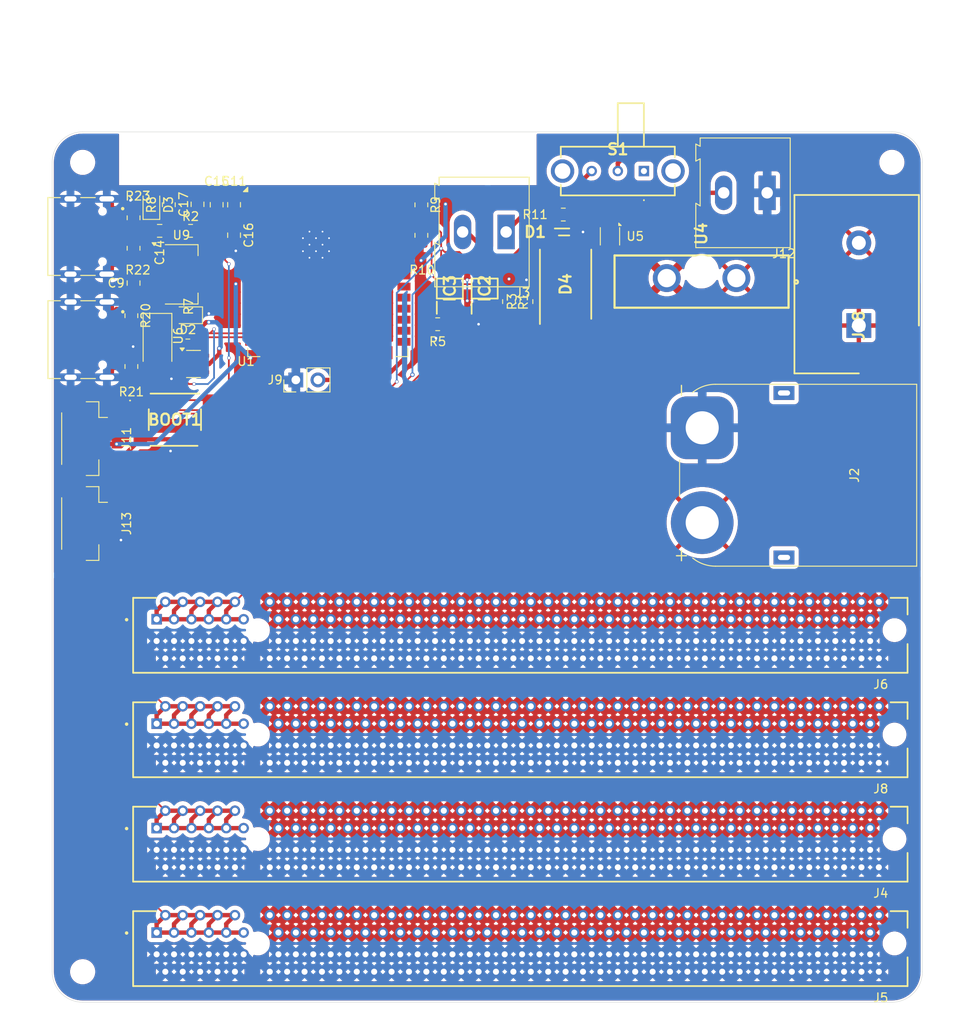
<source format=kicad_pcb>
(kicad_pcb (version 20241229) (generator "pcbnew") (generator_version "9.0")
  (layers (0 "F.Cu" signal) (2 "B.Cu" signal) (13 "F.Paste" user) (15 "B.Paste" user) (5 "F.SilkS" user "F.Silkscreen") (7 "B.SilkS" user "B.Silkscreen") (1 "F.Mask" user) (3 "B.Mask" user) (25 "Edge.Cuts" user))
  (net 0 "")
  (net 1 "GND")
  (net 2 "/Connector Drill/OUT_READ")
  (net 3 "/Connector Comms/OUT_READ")
  (net 4 "/Connector Arm/OUT_READ")
  (net 5 "/Connector Drive/OUT_READ")
  (net 6 "+5V")
  (net 7 "Net-(IC3-ADDR)")
  (net 8 "+3.3V")
  (net 9 "/Control/EN")
  (net 10 "Net-(D2-A)")
  (net 11 "Net-(D3-A)")
  (net 12 "/Protection and power/14V8_IN")
  (net 13 "/Protection and power/EMERG_OUT")
  (net 14 "/Control/SCL")
  (net 15 "/Control/SDA")
  (net 16 "Net-(J7-CC1)")
  (net 17 "Net-(J7-CC2)")
  (net 18 "Net-(J10-CC1)")
  (net 19 "Net-(J10-CC2)")
  (net 34 "Net-(J9-Pin_2)")
  (net 45 "/Control/USB_OUT_N")
  (net 46 "/Control/USB_OUT_P")
  (net 53 "/Protection and power/RELAY_OUT")
  (net 54 "/14V8_PROTECTED")
  (net 55 "/Control/VBUS")
  (net 63 "Net-(J3-Pin_1)")
  (net 64 "Net-(J12-Pin_2)")
  (net 70 "Net-(IC2-AIN2)")
  (footprint "iprl_footprints:RHDR2W120P0X950_1X2_2050X1430X1790P" (layer "F.Cu") (at 283.7 154.75 90)
    (property "Reference" "J18")
    (property "Value" "YK4420203000G" (hide yes))
  )
  (footprint "iprl_footprints:SAMTEC_PCIE-164-02-F-D-TH-TR" (layer "F.Cu") (at 244.8 201.75 180)
    (property "Reference" "J8")
    (property "Value" "PCIE-164-02-F-D-TH-TR")
  )
  (footprint "Resistor_SMD:R_0805_2012Metric" (layer "F.Cu") (at 233.425 140.885 -90)
    (property "Reference" "R9")
    (property "Value" "10k" (hide yes))
  )
  (footprint "iprl_footprints:PTS645SK43SMTR92LFS" (layer "F.Cu") (at 205.1 165.57)
    (property "Reference" "BOOT1")
    (property "Value" "PTS645SK43SMTR92LFS" (hide yes))
  )
  (footprint "iprl_footprints:TYPE-C-31-M-12" (layer "F.Cu") (at 193.1125 156.37 -90)
    (property "Reference" "J7" (hide yes))
    (property "Value" "TYPE-C-31-M-12" (hide yes))
  )
  (footprint "Capacitor_SMD:C_0805_2012Metric" (layer "F.Cu") (at 211.9 140.87 90)
    (property "Reference" "C11")
    (property "Value" "10u" (hide yes))
  )
  (footprint "MountingHole:MountingHole_2.5mm" (layer "F.Cu") (at 194.5 229)
    (property "Reference" "H2" (hide yes))
    (property "Value" "MountingHole")
  )
  (footprint "iprl_footprints:178.6164.XXX1" (layer "F.Cu") (at 265.6255 148.5 180)
    (property "Reference" "U4")
    (property "Value" "178.6164.0001" (hide yes))
  )
  (footprint "Capacitor_SMD:C_0805_2012Metric" (layer "F.Cu") (at 200.35 149.87 90)
    (property "Reference" "C9")
    (property "Value" "10u" (hide yes))
  )
  (footprint "Package_SON:WSON-6-1EP_2x2mm_P0.65mm_EP1x1.6mm" (layer "F.Cu") (at 255.1 144.5 -90)
    (property "Reference" "U5")
    (property "Value" "TVS3300DRV" (hide yes))
  )
  (footprint "Resistor_SMD:R_0805_2012Metric" (layer "F.Cu") (at 204.4 140.87 90)
    (property "Reference" "R8")
    (property "Value" "1k" (hide yes))
  )
  (footprint "iprl_footprints:SAMTEC_PCIE-164-02-F-D-TH-TR" (layer "F.Cu") (at 244.8 189.75 180)
    (property "Reference" "J6")
    (property "Value" "PCIE-164-02-F-D-TH-TR")
  )
  (footprint "MountingHole:MountingHole_2.5mm" (layer "F.Cu") (at 287.5 136)
    (property "Reference" "H1" (hide yes))
    (property "Value" "MountingHole")
  )
  (footprint "Capacitor_SMD:C_0805_2012Metric" (layer "F.Cu") (at 211.9 144.37 -90)
    (property "Reference" "C16")
    (property "Value" "1u" (hide yes))
  )
  (footprint "Connector_JST:JST_GH_SM04B-GHS-TB_1x04-1MP_P1.25mm_Horizontal" (layer "F.Cu") (at 194.65 167.745 -90)
    (property "Reference" "J11")
    (property "Value" "Conn_01x04" (hide yes))
  )
  (footprint "iprl_footprints:SAMTEC_PCIE-164-02-F-D-TH-TR" (layer "F.Cu") (at 244.8 213.75 180)
    (property "Reference" "J4")
    (property "Value" "PCIE-164-02-F-D-TH-TR")
  )
  (footprint "Resistor_SMD:R_0805_2012Metric" (layer "F.Cu") (at 200.35 142.37 -90)
    (property "Reference" "R23")
    (property "Value" "5k" (hide yes))
  )
  (footprint "Resistor_SMD:R_0805_2012Metric" (layer "F.Cu") (at 200.1 153.62 -90)
    (property "Reference" "R20")
    (property "Value" "5.1k" (hide yes))
  )
  (footprint "RF_Module:ESP32-S3-WROOM-2" (layer "F.Cu") (at 222.675 145.37)
    (property "Reference" "U1")
    (property "Value" "ESP32-S3-WROOM-2")
  )
  (footprint "Connector_AMASS:AMASS_XT90PW-M_1x02_P10.90mm_Horizontal" (layer "F.Cu") (at 265.7 166.5 -90)
    (property "Reference" "J2")
    (property "Value" "Conn_01x02")
  )
  (footprint "iprl_footprints:SODFL1608X70N" (layer "F.Cu") (at 249.825 144)
    (property "Reference" "D1")
    (property "Value" "1N4148WT" (hide yes))
  )
  (footprint "Package_TO_SOT_SMD:SOT-23-6" (layer "F.Cu") (at 207.2375 159.17)
    (property "Reference" "U6")
    (property "Value" "USBLC6-4SC6" (hide yes))
  )
  (footprint "iprl_footprints:DIOM8059X265N" (layer "F.Cu") (at 250 150 90)
    (property "Reference" "D4")
    (property "Value" "SM15T22A" (hide yes))
  )
  (footprint "TerminalBlock:TerminalBlock_Altech_AK300-2_P5.00mm" (layer "F.Cu") (at 243.165 144 180)
    (property "Reference" "J3")
    (property "Value" "Conn_01x02")
  )
  (footprint "Resistor_SMD:R_0805_2012Metric" (layer "F.Cu") (at 200.1 159.4575 90)
    (property "Reference" "R21")
    (property "Value" "5.1k" (hide yes))
  )
  (footprint "MountingHole:MountingHole_2.5mm" (layer "F.Cu") (at 194.5 136)
    (property "Reference" "H3" (hide yes))
    (property "Value" "MountingHole")
  )
  (footprint "Capacitor_SMD:C_0805_2012Metric" (layer "F.Cu") (at 209.9 140.87 90)
    (property "Reference" "C15")
    (property "Value" "0.1u" (hide yes))
  )
  (footprint "Connector_PinHeader_2.54mm:PinHeader_1x02_P2.54mm_Vertical" (layer "F.Cu") (at 219 161 90)
    (property "Reference" "J9")
    (property "Value" "Conn_01x02" (hide yes))
  )
  (footprint "Resistor_SMD:R_0805_2012Metric" (layer "F.Cu") (at 235.3 154.6 180)
    (property "Reference" "R5")
    (property "Value" "10k" (hide yes))
  )
  (footprint "iprl_footprints:SOP50P490X110-10N" (layer "F.Cu") (at 236.7 150.5 90)
    (property "Reference" "IC3")
    (property "Value" "ADS1115BQDGSRQ1" (hide yes))
  )
  (footprint "TerminalBlock:TerminalBlock_Altech_AK300-2_P5.00mm" (layer "F.Cu") (at 273.165 139.5 180)
    (property "Reference" "J12")
    (property "Value" "Conn_01x02")
  )
  (footprint "Resistor_SMD:R_0805_2012Metric" (layer "F.Cu") (at 200.35 145.87 90)
    (property "Reference" "R22")
    (property "Value" "5k" (hide yes))
  )
  (footprint "Resistor_SMD:R_0805_2012Metric" (layer "F.Cu") (at 243.5 152 -90)
    (property "Reference" "R1")
    (property "Value" "100k" (hide yes))
  )
  (footprint "LED_SMD:LED_0805_2012Metric" (layer "F.Cu") (at 202.4 140.87 90)
    (property "Reference" "D3")
    (property "Value" "LED" (hide yes))
  )
  (footprint "iprl_footprints:SAMTEC_PCIE-164-02-F-D-TH-TR" (layer "F.Cu") (at 244.8 225.75 180)
    (property "Reference" "J5")
    (property "Value" "PCIE-164-02-F-D-TH-TR")
  )
  (footprint "Resistor_SMD:R_0805_2012Metric" (layer "F.Cu") (at 245.5 152 90)
    (property "Reference" "R3")
    (property "Value" "10k" (hide yes))
  )
  (footprint "Resistor_SMD:R_0805_2012Metric" (layer "F.Cu") (at 249.7375 142)
    (property "Reference" "R11")
    (property "Value" "63" (hide yes))
  )
  (footprint "Resistor_SMD:R_0805_2012Metric" (layer "F.Cu") (at 206.5875 155.57 180)
    (property "Reference" "R7")
    (property "Value" "1k" (hide yes))
  )
  (footprint "Resistor_SMD:R_0805_2012Metric" (layer "F.Cu") (at 233.425 144.385 90)
    (property "Reference" "R10")
    (property "Value" "10k" (hide yes))
  )
  (footprint "Capacitor_SMD:C_0805_2012Metric" (layer "F.Cu") (at 207.7 140.82 -90)
    (property "Reference" "C17")
    (property "Value" "100n" (hide yes))
  )
  (footprint "Diode_SMD:D_SMA" (layer "F.Cu") (at 203.1 156.87 -90)
    (property "Reference" "D6" (hide yes))
    (property "Value" "MBRA340T3G" (hide yes))
  )
  (footprint "iprl_footprints:TYPE-C-31-M-12" (layer "F.Cu") (at 193.1 144.52 -90)
    (property "Reference" "J10" (hide yes))
    (property "Value" "TYPE-C-31-M-12" (hide yes))
  )
  (footprint "iprl_footprints:SOP50P490X110-10N" (layer "F.Cu") (at 240.7 150.5 90)
    (property "Reference" "IC2")
    (property "Value" "ADS1115BQDGSRQ1" (hide yes))
  )
  (footprint "Capacitor_SMD:C_0805_2012Metric" (layer "F.Cu") (at 203.35 143.87 180)
    (property "Reference" "C14")
    (property "Value" "10u" (hide yes))
  )
  (footprint "Resistor_SMD:R_0805_2012Metric" (layer "F.Cu") (at 206.9 143.87)
    (property "Reference" "R2")
    (property "Value" "10k" (hide yes))
  )
  (footprint "Connector_JST:JST_GH_SM04B-GHS-TB_1x04-1MP_P1.25mm_Horizontal" (layer "F.Cu") (at 194.65 177.5 -90)
    (property "Reference" "J13")
    (property "Value" "Conn_01x04" (hide yes))
  )
  (footprint "iprl_footprints:SK12F14G5" (layer "F.Cu") (at 259 137 180)
    (property "Reference" "S1")
    (property "Value" "SK12F14G5" (hide yes))
  )
  (footprint "Package_TO_SOT_SMD:SOT-223-3_TabPin2" (layer "F.Cu") (at 205.85 148.87)
    (property "Reference" "U9")
    (property "Value" "AMS1117-3.3" (hide yes))
  )
  (footprint "LED_SMD:LED_0805_2012Metric" (layer "F.Cu") (at 206.5875 153.57 180)
    (property "Reference" "D2")
    (property "Value" "LED" (hide yes))
  )
  (gr_line (start 191 136) (end 191 229) (stroke (width 0.05)) (layer "Edge.Cuts"))
  (gr_arc (start 291 229) (mid 289.974874 231.474874) (end 287.5 232.5) (stroke (width 0.05)) (layer "Edge.Cuts"))
  (gr_arc (start 287.5 132.5) (mid 289.974874 133.525126) (end 291 136) (stroke (width 0.05)) (layer "Edge.Cuts"))
  (gr_arc (start 191 136) (mid 192.025126 133.525126) (end 194.5 132.5) (stroke (width 0.05)) (layer "Edge.Cuts"))
  (gr_arc (start 194.5 232.5) (mid 192.025126 231.474874) (end 191 229) (stroke (width 0.05)) (layer "Edge.Cuts"))
  (gr_line (start 194.5 132.5) (end 287.5 132.5) (stroke (width 0.05)) (layer "Edge.Cuts"))
  (gr_line (start 194.5 232.5) (end 287.5 232.5) (stroke (width 0.05)) (layer "Edge.Cuts"))
  (gr_line (start 291 229) (end 291 136) (stroke (width 0.05)) (layer "Edge.Cuts"))
  (segment (start 254.45 143.6125) (end 255.1 143.6125) (width 0.5) (layer "F.Cu") (net 1))
  (segment (start 196.5 169.62) (end 199.325 169.62) (width 0.5) (layer "F.Cu") (net 1))
  (segment (start 196.5 179.375) (end 198.875 179.375) (width 0.5) (layer "F.Cu") (net 1))
  (segment (start 211.9 145.32) (end 211.9 145.97) (width 0.5) (layer "F.Cu") (net 1))
  (segment (start 200.435792 157.17) (end 200.3 157.17) (width 0.5) (layer "F.Cu") (net 1))
  (segment (start 197.85 141.32) (end 197.85 140.775) (width 0.5) (layer "F.Cu") (net 1))
  (segment (start 200.35 148.92) (end 200.35 146.7825) (width 0.5) (layer "F.Cu") (net 1))
  (segment (start 198.325 152.7075) (end 197.8625 153.17) (width 0.2) (layer "F.Cu") (net 1))
  (segment (start 197.8625 152.625) (end 197.2825 152.045) (width 0.5) (layer "F.Cu") (net 1))
  (segment (start 202.4875 146.7825) (end 202.7 146.57) (width 0.5) (layer "F.Cu") (net 1))
  (segment (start 197.028 143.77) (end 197.85 143.77) (width 0.2) (layer "F.Cu") (net 1))
  (segment (start 197.8625 153.17) (end 197.8625 152.625) (width 0.5) (layer "F.Cu") (net 1))
  (segment (start 197.8625 160.115) (end 197.2825 160.695) (width 0.5) (layer "F.Cu") (net 1))
  (segment (start 255.1 143.6125) (end 255.75 143.6125) (width 0.5) (layer "F.Cu") (net 1))
  (segment (start 199.325 169.62) (end 201.125 167.82) (width 0.5) (layer "F.Cu") (net 1))
  (segment (start 226.665 140.11) (end 231.425 140.11) (width 0.5) (layer "F.Cu") (net 1))
  (segment (start 250 146.5) (end 250 144.5) (width 0.5) (layer "F.Cu") (net 1))
  (segment (start 200.1 152.7075) (end 198.325 152.7075) (width 0.2) (layer "F.Cu") (net 1))
  (segment (start 197.85 142.77) (end 197.028 142.77) (width 0.2) (layer "F.Cu") (net 1))
  (segment (start 209.9 139.92) (end 211.9 139.92) (width 0.5) (layer "F.Cu") (net 1))
  (segment (start 213.735 139.92) (end 213.925 140.11) (width 0.5) (layer "F.Cu") (net 1))
  (segment (start 197.85 148.265) (end 197.27 148.845) (width 0.5) (layer "F.Cu") (net 1))
  (segment (start 202.7 144.17) (end 202.4 143.87) (width 0.5) (layer "F.Cu") (net 1))
  (segment (start 240.7 152.7) (end 240.7 153.9) (width 0.2) (layer "F.Cu") (net 1))
  (segment (start 200.35 141.4575) (end 200.2125 141.32) (width 0.5) (layer "F.Cu") (net 1))
  (segment (start 245.5 151.0875) (end 245.5 151) (width 0.5) (layer "F.Cu") (net 1))
  (segment (start 200.35 146.7825) (end 202.4875 146.7825) (width 0.5) (layer "F.Cu") (net 1))
  (segment (start 236.7 154.1125) (end 236.7 152.7) (width 0.2) (layer "F.Cu") (net 1))
  (segment (start 206.1 169.17) (end 207.45 167.82) (width 0.5) (layer "F.Cu") (net 1))
  (segment (start 197.028 142.77) (end 196.979 142.819) (width 0.2) (layer "F.Cu") (net 1))
  (segment (start 202.7 146.57) (end 202.7 144.17) (width 0.5) (layer "F.Cu") (net 1))
  (segment (start 211.9 139.92) (end 213.735 139.92) (width 0.5) (layer "F.Cu") (net 1))
  (segment (start 245.5 151.0875) (end 245.5 149.5) (width 0.5) (layer "F.Cu") (net 1))
  (segment (start 206.1 159.17) (end 205.437501 159.17) (width 0.2) (layer "F.Cu") (net 1))
  (segment (start 201.251 159.219) (end 201.251 157.985208) (width 0.5) (layer "F.Cu") (net 1))
  (segment (start 205.437501 159.17) (end 204.7 159.907501) (width 0.2) (layer "F.Cu") (net 1))
  (segment (start 207.7 139.87) (end 209.85 139.87) (width 0.5) (layer "F.Cu") (net 1))
  (segment (start 200.35 141.4575) (end 200.35 140.72) (width 0.5) (layer "F.Cu") (net 1))
  (segment (start 196.979 143.721) (end 197.028 143.77) (width 0.2) (layer "F.Cu") (net 1))
  (segment (start 252 144) (end 254.0625 144) (width 0.5) (layer "F.Cu") (net 1))
  (segment (start 197.8625 159.57) (end 197.8625 160.115) (width 0.5) (layer "F.Cu") (net 1))
  (segment (start 236.2125 155.0875) (end 235.1 156.2) (width 0.2) (layer "F.Cu") (net 1))
  (segment (start 197.85 147.72) (end 197.85 148.265) (width 0.5) (layer "F.Cu") (net 1))
  (segment (start 200.35 140.72) (end 200 140.37) (width 0.5) (layer "F.Cu") (net 1))
  (segment (start 204.7 159.907501) (end 204.7 160.87) (width 0.2) (layer "F.Cu") (net 1))
  (segment (start 207.525 153.57) (end 208.8 153.57) (width 0.2) (layer "F.Cu") (net 1))
  (segment (start 255.1 144.2625) (end 255.75 143.6125) (width 0.5) (layer "F.Cu") (net 1))
  (segment (start 208.8 153.57) (end 209 153.37) (width 0.2) (layer "F.Cu") (net 1))
  (segment (start 250.5 144) (end 252 144) (width 0.5) (layer "F.Cu") (net 1))
  (segment (start 198.875 179.375) (end 198.9 179.4) (width 0.5) (layer "F.Cu") (net 1))
  (segment (start 240.7 153.9) (end 240 154.6) (width 0.2) (layer "F.Cu") (net 1))
  (segment (start 219.815 143.96) (end 215.965 140.11) (width 0.5) (layer "F.Cu") (net 1))
  (segment (start 197.85 142.77) (end 199.0375 142.77) (width 0.2) (layer "F.Cu") (net 1))
  (segment (start 201.125 167.82) (end 209.075 167.82) (width 0.5) (layer "F.Cu") (net 1))
  (segment (start 200.7 141.8075) (end 200.35 141.4575) (width 0.5) (layer "F.Cu") (net 1))
  (segment (start 222.815 143.96) (end 226.665 140.11) (width 0.5) (layer "F.Cu") (net 1))
  (segment (start 201.251 157.985208) (end 200.435792 157.17) (width 0.5) (layer "F.Cu") (net 1))
  (segment (start 255.1 144.5) (end 255.1 144.2625) (width 0.5) (layer "F.Cu") (net 1))
  (segment (start 255.1 144.2625) (end 254.45 143.6125) (width 0.5) (layer "F.Cu") (net 1))
  (segment (start 215.965 140.11) (end 213.925 140.11) (width 0.5) (layer "F.Cu") (net 1))
  (segment (start 255.1 144.5) (end 255.1 143.6125) (width 0.5) (layer "F.Cu") (net 1))
  (segment (start 236.2125 154.6) (end 236.7 154.1125) (width 0.2) (layer "F.Cu") (net 1))
  (segment (start 202.4 141.8075) (end 200.7 141.8075) (width 0.5) (layer "F.Cu") (net 1))
  (segment (start 197.85 143.77) (end 197.85 145.77) (width 0.2) (layer "F.Cu") (net 1))
  (segment (start 250 144.5) (end 250.5 144) (width 0.5) (layer "F.Cu") (net 1))
  (segment (start 207.45 167.82) (end 209.075 167.82) (width 0.5) (layer "F.Cu") (net 1))
  (segment (start 254.0625 144) (end 254.45 143.6125) (width 0.5) (layer "F.Cu") (net 1))
  (segment (start 209.85 139.87) (end 209.9 139.92) (width 0.5) (layer "F.Cu") (net 1))
  (segment (start 200.2125 141.32) (end 197.85 141.32) (width 0.5) (layer "F.Cu") (net 1))
  (segment (start 236.2125 154.6) (end 236.2125 155.0875) (width 0.2) (layer "F.Cu") (net 1))
  (segment (start 197.85 140.775) (end 197.27 140.195) (width 0.5) (layer "F.Cu") (net 1))
  (segment (start 202.4 141.8075) (end 202.4 143.87) (width 0.5) (layer "F.Cu") (net 1))
  (segment (start 199.0375 142.77) (end 200.35 141.4575) (width 0.2) (layer "F.Cu") (net 1))
  (segment (start 211.9 145.97) (end 212.1 146.17) (width 0.5) (layer "F.Cu") (net 1))
  (segment (start 204.6 169.17) (end 206.1 169.17) (width 0.5) (layer "F.Cu") (net 1))
  (segment (start 196.979 142.819) (end 196.979 143.721) (width 0.2) (layer "F.Cu") (net 1))
  (segment (start 200.1 160.37) (end 201.251 159.219) (width 0.5) (layer "F.Cu") (net 1))
  (via (at 204.7 160.87) (size 0.4) (drill 0.3) (layers "F.Cu" "B.Cu") (net 1))
  (via (at 200.3 157.17) (size 0.4) (drill 0.3) (layers "F.Cu" "B.Cu") (net 1))
  (via (at 209 153.37) (size 0.4) (drill 0.3) (layers "F.Cu" "B.Cu") (net 1))
  (via (at 240 154.6) (size 0.4) (drill 0.3) (layers "F.Cu" "B.Cu") (net 1))
  (via (at 198.9 179.4) (size 0.4) (drill 0.3) (layers "F.Cu" "B.Cu") (net 1))
  (via (at 212.1 146.17) (size 0.4) (drill 0.3) (layers "F.Cu" "B.Cu") (net 1))
  (via (at 200 140.37) (size 0.4) (drill 0.3) (layers "F.Cu" "B.Cu") (net 1))
  (via (at 245.5 149.5) (size 0.4) (drill 0.3) (layers "F.Cu" "B.Cu") (net 1))
  (via (at 204.6 169.17) (size 0.4) (drill 0.3) (layers "F.Cu" "B.Cu") (net 1))
  (via (at 235.1 156.2) (size 0.4) (drill 0.3) (layers "F.Cu" "B.Cu") (net 1))
  (via (at 252 144) (size 0.4) (drill 0.3) (layers "F.Cu" "B.Cu") (net 1))
  (segment (start 213 200.5) (end 203 200.5) (width 0.5) (layer "F.Cu") (net 2))
  (segment (start 241.2 152.7) (end 241.2 154.3) (width 0.2) (layer "F.Cu") (net 2))
  (segment (start 203 199.5) (end 204 198.5) (width 0.5) (layer "F.Cu") (net 2))
  (segment (start 212 198.5) (end 204 198.5) (width 0.5) (layer "F.Cu") (net 2))
  (segment (start 205 199.5) (end 206 198.5) (width 0.5) (layer "F.Cu") (net 2))
  (segment (start 205 200.5) (end 205 199.5) (width 0.5) (layer "F.Cu") (net 2))
  (segment (start 207 199.5) (end 208 198.5) (width 0.5) (layer "F.Cu") (net 2))
  (segment (start 211 199.5) (end 212 198.5) (width 0.5) (layer "F.Cu") (net 2))
  (segment (start 211 200.5) (end 211 199.5) (width 0.5) (layer "F.Cu") (net 2))
  (segment (start 209 200.5) (end 209 199.5) (width 0.5) (layer "F.Cu") (net 2))
  (segment (start 201.7651 196.2651) (end 204 198.5) (width 0.2) (layer "F.Cu") (net 2))
  (segment (start 209 199.5) (end 210 198.5) (width 0.5) (layer "F.Cu") (net 2))
  (segment (start 201.7651 185.3349) (end 201.7651 196.2651) (width 0.2) (layer "F.Cu") (net 2))
  (segment (start 202.1 185) (end 201.7651 185.3349) (width 0.2) (layer "F.Cu") (net 2))
  (segment (start 241.2 154.3) (end 210.5 185) (width 0.2) (layer "F.Cu") (net 2))
  (segment (start 203 200.5) (end 203 199.5) (width 0.5) (layer "F.Cu") (net 2))
  (segment (start 210.5 185) (end 202.1 185) (width 0.2) (layer "F.Cu") (net 2))
  (segment (start 207 200.5) (end 207 199.5) (width 0.5) (layer "F.Cu") (net 2))
  (segment (start 205 223.5) (end 206 222.5) (width 0.5) (layer "F.Cu") (net 3))
  (segment (start 200.5 184.7) (end 200.5 219) (width 0.2) (layer "F.Cu") (net 3))
  (segment (start 201 184.2) (end 200.5 184.7) (width 0.2) (layer "F.Cu") (net 3))
  (segment (start 209.4507 184.2) (end 201 184.2) (width 0.2) (layer "F.Cu") (net 3))
  (segment (start 207 223.5) (end 208 222.5) (width 0.5) (layer "F.Cu") (net 3))
  (segment (start 200.5 219) (end 204 222.5) (width 0.2) (layer "F.Cu") (net 3))
  (segment (start 203 223.5) (end 204 222.5) (width 0.5) (layer "F.Cu") (net 3))
  (segment (start 209 223.5) (end 210 222.5) (width 0.5) (layer "F.Cu") (net 3))
  (segment (start 207 224.5) (end 207 223.5) (width 0.5) (layer "F.Cu") (net 3))
  (segment (start 203 224.5) (end 203 223.5) (width 0.5) (layer "F.Cu") (net 3))
  (segment (start 237.2 156.4507) (end 209.4507 184.2) (width 0.2) (layer "F.Cu") (net 3))
  (segment (start 205 224.5) (end 205 223.5) (width 0.5) (layer "F.Cu") (net 3))
  (segment (start 212 222.5) (end 204 222.5) (width 0.5) (layer "F.Cu") (net 3))
  (segment (start 237.2 152.7) (end 237.2 156.4507) (width 0.2) (layer "F.Cu") (net 3))
  (segment (start 213 224.5) (end 203 224.5) (width 0.5) (layer "F.Cu") (net 3))
  (segment (start 211 223.5) (end 212 222.5) (width 0.5) (layer "F.Cu") (net 3))
  (segment (start 211 224.5) (end 211 223.5) (width 0.5) (layer "F.Cu") (net 3))
  (segment (start 209 224.5) (end 209 223.5) (width 0.5) (layer "F.Cu") (net 3))
  (segment (start 201.1302 185.0698) (end 201.1302 207.6302) (width 0.2) (layer "F.Cu") (net 4))
  (segment (start 237.7 156.5178) (end 209.6178 184.6) (width 0.2) (layer "F.Cu") (net 4))
  (segment (start 201.6 184.6) (end 201.1302 185.0698) (width 0.2) (layer "F.Cu") (net 4))
  (segment (start 213 212.5) (end 203 212.5) (width 0.5) (layer "F.Cu") (net 4))
  (segment (start 211 212.5) (end 211 211.5) (width 0.5) (layer "F.Cu") (net 4))
  (segment (start 207 211.5) (end 208 210.5) (width 0.5) (layer "F.Cu") (net 4))
  (segment (start 209.6178 184.6) (end 201.6 184.6) (width 0.2) (layer "F.Cu") (net 4))
  (segment (start 207 212.5) (end 207 211.5) (width 0.5) (layer "F.Cu") (net 4))
  (segment (start 212 210.5) (end 204 210.5) (width 0.5) (layer "F.Cu") (net 4))
  (segment (start 237.7 152.7) (end 237.7 156.5178) (width 0.2) (layer "F.Cu") (net 4))
  (segment (start 201.1302 207.6302) (end 204 210.5) (width 0.2) (layer "F.Cu") (net 4))
  (segment (start 209 212.5) (end 209 211.5) (width 0.5) (layer "F.Cu") (net 4))
  (segment (start 203 211.5) (end 204 210.5) (width 0.5) (layer "F.Cu") (net 4))
  (segment (start 209 211.5) (end 210 210.5) (width 0.5) (layer "F.Cu") (net 4))
  (segment (start 205 211.5) (end 206 210.5) (width 0.5) (layer "F.Cu") (net 4))
  (segment (start 211 211.5) (end 212 210.5) (width 0.5) (layer "F.Cu") (net 4))
  (segment (start 203 212.5) (end 203 211.5) (width 0.5) (layer "F.Cu") (net 4))
  (segment (start 205 212.5) (end 205 211.5) (width 0.5) (layer "F.Cu") (net 4))
  (segment (start 206 186.5) (end 212 186.5) (width 0.5) (layer "F.Cu") (net 5))
  (segment (start 205 188.5) (end 205 187.5) (width 0.5) (layer "F.Cu") (net 5))
  (segment (start 209 187.5) (end 210 186.5) (width 0.5) (layer "F.Cu") (net 5))
  (segment (start 203 187.5) (end 204 186.5) (width 0.5) (layer "F.Cu") (net 5))
  (segment (start 203 188.5) (end 203 187.5) (width 0.5) (layer "F.Cu") (net 5))
  (segment (start 213.3 185.2) (end 213.3 182.8) (width 0.2) (layer "F.Cu") (net 5))
  (segment (start 212 186.5) (end 213.3 185.2) (width 0.2) (layer "F.Cu") (net 5))
  (segment (start 211 188.5) (end 211 187.5) (width 0.5) (layer "F.Cu") (net 5))
  (segment (start 207 188.5) (end 207 187.5) (width 0.5) (layer "F.Cu") (net 5))
  (segment (start 209 188.5) (end 209 187.5) (width 0.5) (layer "F.Cu") (net 5))
  (segment (start 211 187.5) (end 212 186.5) (width 0.5) (layer "F.Cu") (net 5))
  (segment (start 205 187.5) (end 206 186.5) (width 0.5) (layer "F.Cu") (net 5))
  (segment (start 204 186.5) (end 206 186.5) (width 0.5) (layer "F.Cu") (net 5))
  (segment (start 213.3 182.8) (end 241.651 154.449) (width 0.2) (layer "F.Cu") (net 5))
  (segment (start 241.651 152.7) (end 241.7 152.7) (width 0.2) (layer "F.Cu") (net 5))
  (segment (start 207 187.5) (end 208 186.5) (width 0.5) (layer "F.Cu") (net 5))
  (segment (start 241.651 154.449) (end 241.651 152.7) (width 0.2) (layer "F.Cu") (net 5))
  (segment (start 213 188.5) (end 203 188.5) (width 0.5) (layer "F.Cu") (net 5))
  (segment (start 210.2 158.007499) (end 209.037499 159.17) (width 0.5) (layer "F.Cu") (net 6))
  (segment (start 202.7 154.47) (end 203.1 154.87) (width 0.5) (layer "F.Cu") (net 6))
  (segment (start 197.85 146.92) (end 198.822 146.92) (width 0.5) (layer "F.Cu") (net 6))
  (segment (start 207.5 155.57) (end 208.7 154.37) (width 0.5) (layer "F.Cu") (net 6))
  (segment (start 197.178 146.92) (end 197.85 146.92) (width 0.2) (layer "F.Cu") (net 6))
  (segment (start 206.5875 154.6575) (end 207.5 155.57) (width 0.5) (layer "F.Cu") (net 6))
  (segment (start 196.578 146.32) (end 197.178 146.92) (width 0.2) (layer "F.Cu") (net 6))
  (segment (start 200.35 150.82) (end 202.35 150.82) (width 0.5) (layer "F.Cu") (net 6))
  (segment (start 210.2 157.37) (end 210.2 158.007499) (width 0.5) (layer "F.Cu") (net 6))
  (segment (start 197.85 142.12) (end 197.139942 142.12) (width 0.2) (layer "F.Cu") (net 6))
  (segment (start 209.037499 159.17) (end 208.375 159.17) (width 0.5) (layer "F.Cu") (net 6))
  (segment (start 196.578 142.6529) (end 196.578 146.32) (width 0.2) (layer "F.Cu") (net 6))
  (segment (start 203.1 154.430722) (end 205.111722 152.419) (width 0.5) (layer "F.Cu") (net 6))
  (segment (start 206.188278 152.419) (end 206.5875 152.818222) (width 0.5) (layer "F.Cu") (net 6))
  (segment (start 202.35 150.82) (end 202.7 151.17) (width 0.5) (layer "F.Cu") (net 6))
  (segment (start 197.139942 142.12) (end 196.890942 142.369) (width 0.2) (layer "F.Cu") (net 6))
  (segment (start 206.5875 152.818222) (end 206.5875 154.6575) (width 0.5) (layer "F.Cu") (net 6))
  (segment (start 205.111722 152.419) (end 206.188278 152.419) (width 0.5) (layer "F.Cu") (net 6))
  (segment (start 202.7 151.17) (end 202.7 154.47) (width 0.5) (layer "F.Cu") (net 6))
  (segment (start 208.7 154.37) (end 209 154.37) (width 0.5) (layer "F.Cu") (net 6))
  (segment (start 196.890942 142.369) (end 196.8619 142.369) (width 0.2) (layer "F.Cu") (net 6))
  (segment (start 203.1 154.87) (end 203.1 154.430722) (width 0.5) (layer "F.Cu") (net 6))
  (segment (start 199.174 149.644) (end 200.35 150.82) (width 0.5) (layer "F.Cu") (net 6))
  (segment (start 199.174 147.272) (end 199.174 149.644) (width 0.5) (layer "F.Cu") (net 6))
  (segment (start 196.8619 142.369) (end 196.578 142.6529) (width 0.2) (layer "F.Cu") (net 6))
  (segment (start 198.822 146.92) (end 199.174 147.272) (width 0.5) (layer "F.Cu") (net 6))
  (via (at 210.2 157.37) (size 0.4) (drill 0.3) (layers "F.Cu" "B.Cu") (net 6))
  (via (at 209 154.37) (size 0.4) (drill 0.3) (layers "F.Cu" "B.Cu") (net 6))
  (segment (start 210.351 157.219) (end 210.2 157.37) (width 0.5) (layer "B.Cu") (net 6))
  (segment (start 209 154.37) (end 209.862075 154.37) (width 0.5) (layer "B.Cu") (net 6))
  (segment (start 209.862075 154.37) (end 210.351 154.858925) (width 0.5) (layer "B.Cu") (net 6))
  (segment (start 210.351 154.858925) (end 210.351 157.219) (width 0.5) (layer "B.Cu") (net 6))
  (segment (start 235.7 153.2875) (end 235.7 152.7) (width 0.2) (layer "F.Cu") (net 7))
  (segment (start 234.3875 154.6) (end 235.7 153.2875) (width 0.2) (layer "F.Cu") (net 7))
  (segment (start 215.41 141.38) (end 215.5 141.47) (width 0.5) (layer "F.Cu") (net 8))
  (segment (start 211.9 141.82) (end 212.34 141.38) (width 0.5) (layer "F.Cu") (net 8))
  (segment (start 240.7 149.3191) (end 240.7 148.3) (width 0.2) (layer "F.Cu") (net 8))
  (segment (start 204.4 143.77) (end 204.3 143.87) (width 0.5) (layer "F.Cu") (net 8))
  (segment (start 212.34 141.38) (end 213.925 141.38) (width 0.5) (layer "F.Cu") (net 8))
  (segment (start 202.7 148.87) (end 205.6 148.87) (width 0.5) (layer "F.Cu") (net 8))
  (segment (start 239.7 150.3191) (end 240.7 149.3191) (width 0.2) (layer "F.Cu") (net 8))
  (segment (start 233.425 139.9725) (end 234.4975 139.9725) (width 0.5) (layer "F.Cu") (net 8))
  (segment (start 234.4975 139.9725) (end 234.5 139.97) (width 0.5) (layer "F.Cu") (net 8))
  (segment (start 236.7 149.252) (end 236.7 148.3) (width 0.2) (layer "F.Cu") (net 8))
  (segment (start 233.425 145.2975) (end 233.425 147.245) (width 0.5) (layer "F.Cu") (net 8))
  (segment (start 204.3 143.87) (end 205.9875 143.87) (width 0.5) (layer "F.Cu") (net 8))
  (segment (start 209.049 140.969) (end 205.2135 140.969) (width 0.2) (layer "F.Cu") (net 8))
  (segment (start 211 148.87) (end 212.1 149.97) (width 0.5) (layer "F.Cu") (net 8))
  (segment (start 196.5 168.37) (end 198.4 168.37) (width 0.5) (layer "F.Cu") (net 8))
  (segment (start 239.7 152.7) (end 239.7 150.3191) (width 0.2) (layer "F.Cu") (net 8))
  (segment (start 209.9 141.82) (end 209.049 140.969) (width 0.2) (layer "F.Cu") (net 8))
  (segment (start 238.7 149.5) (end 238.6 149.4) (width 0.2) (layer "F.Cu") (net 8))
  (segment (start 209 148.87) (end 211 148.87) (width 0.5) (layer "F.Cu") (net 8))
  (segment (start 209.9 141.82) (end 211.9 141.82) (width 0.5) (layer "F.Cu") (net 8))
  (segment (start 238.9 151.9) (end 239.7 152.7) (width 0.2) (layer "F.Cu") (net 8))
  (segment (start 205.2135 140.969) (end 204.4 141.7825) (width 0.2) (layer "F.Cu") (net 8))
  (segment (start 196.5 178.125) (end 198.875 178.125) (width 0.5) (layer "F.Cu") (net 8))
  (segment (start 236.848 149.4) (end 236.7 149.252) (width 0.2) (layer "F.Cu") (net 8))
  (segment (start 213.925 141.38) (end 215.41 141.38) (width 0.5) (layer "F.Cu") (net 8))
  (segment (start 238.6 149.4) (end 236.848 149.4) (width 0.2) (layer "F.Cu") (net 8))
  (segment (start 238.7 151.9) (end 238.9 151.9) (width 0.2) (layer "F.Cu") (net 8))
  (segment (start 233.425 147.245) (end 233.4 147.27) (width 0.5) (layer "F.Cu") (net 8))
  (segment (start 204.4 141.7825) (end 204.4 143.77) (width 0.5) (layer "F.Cu") (net 8))
  (via (at 236.2 140.8) (size 0.4) (drill 0.3) (layers "F.Cu" "B.Cu") (net 8))
  (via (at 198.4 168.37) (size 0.4) (drill 0.3) (layers "F.Cu" "B.Cu") (net 8))
  (via (at 238.7 151.9) (size 0.4) (drill 0.3) (layers "F.Cu" "B.Cu") (net 8))
  (via (at 212.1 149.97) (size 0.4) (drill 0.3) (layers "F.Cu" "B.Cu") (net 8))
  (via (at 213.8 158.47) (size 0.4) (drill 0.3) (layers "F.Cu" "B.Cu") (net 8))
  (via (at 233.4 147.27) (size 0.4) (drill 0.3) (layers "F.Cu" "B.Cu") (net 8))
  (via (at 238.7 149.5) (size 0.4) (drill 0.3) (layers "F.Cu" "B.Cu") (net 8))
  (segment (start 212.35 158.799232) (end 202.779232 168.37) (width 0.5) (layer "B.Cu") (net 8))
  (segment (start 233.4 147.27) (end 236.2 144.47) (width 0.5) (layer "B.Cu") (net 8))
  (segment (start 212.35 157.02) (end 213.8 158.47) (width 0.5) (layer "B.Cu") (net 8))
  (segment (start 238.7 151.9) (end 238.7 149.5) (width 0.2) (layer "B.Cu") (net 8))
  (segment (start 212.1 156.77) (end 212.35 157.02) (width 0.5) (layer "B.Cu") (net 8))
  (segment (start 202.779232 168.37) (end 198.4 168.37) (width 0.5) (layer "B.Cu") (net 8))
  (segment (start 212.35 157.02) (end 212.35 158.799232) (width 0.5) (layer "B.Cu") (net 8))
  (segment (start 212.1 149.97) (end 212.1 156.77) (width 0.5) (layer "B.Cu") (net 8))
  (segment (start 236.2 144.47) (end 236.2 140.8) (width 0.5) (layer "B.Cu") (net 8))
  (segment (start 207.8125 143.87) (end 207.8125 141.8825) (width 0.5) (layer "F.Cu") (net 9))
  (segment (start 207.8125 143.87) (end 211.45 143.87) (width 0.5) (layer "F.Cu") (net 9))
  (segment (start 211.3 147.67) (end 210.874 147.244) (width 0.2) (layer "F.Cu") (net 9))
  (segment (start 211.9 143.42) (end 212.399938 142.920062) (width 0.5) (layer "F.Cu") (net 9))
  (segment (start 201.125 163.32) (end 209.075 163.32) (width 0.2) (layer "F.Cu") (net 9))
  (segment (start 211.45 143.87) (end 211.9 143.42) (width 0.5) (layer "F.Cu") (net 9))
  (segment (start 211.3 161.095) (end 211.3 158.47) (width 0.2) (layer "F.Cu") (net 9))
  (segment (start 207.8125 141.8825) (end 207.7 141.77) (width 0.5) (layer "F.Cu") (net 9))
  (segment (start 210.874 147.244) (end 210.874 144.446) (width 0.2) (layer "F.Cu") (net 9))
  (segment (start 212.399938 142.920062) (end 213.654938 142.920062) (width 0.5) (layer "F.Cu") (net 9))
  (segment (start 209.075 163.32) (end 211.3 161.095) (width 0.2) (layer "F.Cu") (net 9))
  (segment (start 213.654938 142.920062) (end 213.925 142.65) (width 0.5) (layer "F.Cu") (net 9))
  (segment (start 210.874 144.446) (end 211.9 143.42) (width 0.2) (layer "F.Cu") (net 9))
  (via (at 211.3 158.47) (size 0.4) (drill 0.3) (layers "F.Cu" "B.Cu") (net 9))
  (via (at 211.3 147.67) (size 0.4) (drill 0.3) (layers "F.Cu" "B.Cu") (net 9))
  (segment (start 211.3 158.47) (end 211.3 147.67) (width 0.2) (layer "B.Cu") (net 9))
  (segment (start 205.65 155.545) (end 205.675 155.57) (width 0.2) (layer "F.Cu") (net 10))
  (segment (start 205.65 153.57) (end 205.65 155.545) (width 0.2) (layer "F.Cu") (net 10))
  (segment (start 204.375 139.9325) (end 204.4 139.9575) (width 0.5) (layer "F.Cu") (net 11))
  (segment (start 202.4 139.9325) (end 204.375 139.9325) (width 0.5) (layer "F.Cu") (net 11))
  (segment (start 286.25 154.75) (end 290 151) (width 0.5) (layer "F.Cu") (net 12))
  (segment (start 281 134) (end 258.1 134) (width 0.5) (layer "F.Cu") (net 12))
  (segment (start 256 136.1) (end 256 137) (width 0.5) (layer "F.Cu") (net 12))
  (segment (start 290 143) (end 281 134) (width 0.5) (layer "F.Cu") (net 12))
  (segment (start 258.1 134) (end 256 136.1) (width 0.5) (layer "F.Cu") (net 12))
  (segment (start 290 151) (end 290 143) (width 0.5) (layer "F.Cu") (net 12))
  (segment (start 283.25 154.75) (end 286.25 154.75) (width 0.5) (layer "F.Cu") (net 12))
  (segment (start 238.665 144) (end 238.165 144) (width 0.5) (layer "F.Cu") (net 13))
  (segment (start 248.825 142) (end 243.825 147) (width 0.5) (layer "F.Cu") (net 13))
  (segment (start 249.15 142.325) (end 248.825 142) (width 0.5) (layer "F.Cu") (net 13))
  (segment (start 243.825 147) (end 241.665 147) (width 0.5) (layer "F.Cu") (net 13))
  (segment (start 241.665 147) (end 238.665 144) (width 0.5) (layer "F.Cu") (net 13))
  (segment (start 249.15 144) (end 249.15 142.325) (width 0.5) (layer "F.Cu") (net 13))
  (segment (start 227.33 164.47) (end 227.3 164.47) (width 0.2) (layer "F.Cu") (net 14))
  (segment (start 227.3 164.47) (end 197.9 164.47) (width 0.2) (layer "F.Cu") (net 14))
  (segment (start 237.8 146.3) (end 239.7 148.2) (width 0.2) (layer "F.Cu") (net 14))
  (segment (start 235.7 148.3) (end 235.7 146.6) (width 0.2) (layer "F.Cu") (net 14))
  (segment (start 227.349943 164.47) (end 227.3 164.47) (width 0.2) (layer "F.Cu") (net 14))
  (segment (start 231.425 141.38) (end 233.0075 141.38) (width 0.5) (layer "F.Cu") (net 14))
  (segment (start 196.5 172.53384) (end 196.5 175.625) (width 0.2) (layer "F.Cu") (net 14))
  (segment (start 197.9 164.47) (end 196.5 165.87) (width 0.2) (layer "F.Cu") (net 14))
  (segment (start 233.425 141.7975) (end 235.7 144.0725) (width 0.2) (layer "F.Cu") (net 14))
  (segment (start 196.5 165.87) (end 195.650001 165.87) (width 0.2) (layer "F.Cu") (net 14))
  (segment (start 235.7 145.9) (end 235.7 148.3) (width 0.2) (layer "F.Cu") (net 14))
  (segment (start 235.7 145.9) (end 236.1 146.3) (width 0.2) (layer "F.Cu") (net 14))
  (segment (start 195.650001 165.87) (end 194.7 166.820001) (width 0.2) (layer "F.Cu") (net 14))
  (segment (start 230.6 161.2) (end 227.33 164.47) (width 0.2) (layer "F.Cu") (net 14))
  (segment (start 235.7 144.0725) (end 235.7 145.9) (width 0.2) (layer "F.Cu") (net 14))
  (segment (start 194.7 170.73384) (end 196.5 172.53384) (width 0.2) (layer "F.Cu") (net 14))
  (segment (start 236.1 146.3) (end 237.8 146.3) (width 0.2) (layer "F.Cu") (net 14))
  (segment (start 239.7 148.2) (end 239.7 148.3) (width 0.2) (layer "F.Cu") (net 14))
  (segment (start 233.0075 141.38) (end 233.425 141.7975) (width 0.5) (layer "F.Cu") (net 14))
  (segment (start 194.7 166.820001) (end 194.7 170.73384) (width 0.2) (layer "F.Cu") (net 14))
  (via (at 235.7 145.9) (size 0.4) (drill 0.3) (layers "F.Cu" "B.Cu") (net 14))
  (via (at 230.6 161.2) (size 0.4) (drill 0.3) (layers "F.Cu" "B.Cu") (net 14))
  (segment (start 230.6 151) (end 230.6 161.2) (width 0.2) (layer "B.Cu") (net 14))
  (segment (start 235.7 145.9) (end 230.6 151) (width 0.2) (layer "B.Cu") (net 14))
  (segment (start 234.6 144.6475) (end 234.6 148.952) (width 0.2) (layer "F.Cu") (net 15))
  (segment (start 197.729 166.471) (end 199.329 164.871) (width 0.2) (layer "F.Cu") (net 15))
  (segment (start 235.752 149.7) (end 236.2 149.252) (width 0.2) (layer "F.Cu") (net 15))
  (segment (start 234.6 148.952) (end 234.624 148.976) (width 0.2) (layer "F.Cu") (net 15))
  (segment (start 228 164.8) (end 232.4 160.4) (width 0.2) (layer "F.Cu") (net 15))
  (segment (start 236.5 150) (end 239.452 150) (width 0.2) (layer "F.Cu") (net 15))
  (segment (start 236.2 149.252) (end 236.2 149.7) (width 0.2) (layer "F.Cu") (net 15))
  (segment (start 240.2 149.252) (end 240.2 148.3) (width 0.2) (layer "F.Cu") (net 15))
  (segment (start 239.452 150) (end 240.2 149.252) (width 0.2) (layer "F.Cu") (net 15))
  (segment (start 232.257 142.65) (end 233.0795 143.4725) (width 0.5) (layer "F.Cu") (net 15))
  (segment (start 197.651 172.421) (end 197.651 176.0361) (width 0.2) (layer "F.Cu") (net 15))
  (segment (start 197.651 176.0361) (end 196.6661 177.021) (width 0.2) (layer "F.Cu") (net 15))
  (segment (start 199.329 164.871) (end 227.516043 164.871) (width 0.2) (layer "F.Cu") (net 15))
  (segment (start 227.587043 164.8) (end 228 164.8) (width 0.2) (layer "F.Cu") (net 15))
  (segment (start 195.349 170.119) (end 197.651 172.421) (width 0.2) (layer "F.Cu") (net 15))
  (segment (start 234.624 148.976) (end 235.348 149.7) (width 0.2) (layer "F.Cu") (net 15))
  (segment (start 233.425 143.4725) (end 234.6 144.6475) (width 0.2) (layer "F.Cu") (net 15))
  (segment (start 197.149 166.471) (end 197.729 166.471) (width 0.2) (layer "F.Cu") (net 15))
  (segment (start 231.425 142.65) (end 232.257 142.65) (width 0.5) (layer "F.Cu") (net 15))
  (segment (start 196.5 167.12) (end 197.149 166.471) (width 0.2) (layer "F.Cu") (net 15))
  (segment (start 236.2 149.7) (end 236.5 150) (width 0.2) (layer "F.Cu") (net 15))
  (segment (start 235.348 149.7) (end 235.752 149.7) (width 0.2) (layer "F.Cu") (net 15))
  (segment (start 233.0795 143.4725) (end 233.425 143.4725) (width 0.5) (layer "F.Cu") (net 15))
  (segment (start 195.650001 167.12) (end 195.349 167.421001) (width 0.2) (layer "F.Cu") (net 15))
  (segment (start 195.349 167.421001) (end 195.349 170.119) (width 0.2) (layer "F.Cu") (net 15))
  (segment (start 236.2 148.3) (end 236.2 149.252) (width 0.2) (layer "F.Cu") (net 15))
  (segment (start 196.5 167.12) (end 195.650001 167.12) (width 0.2) (layer "F.Cu") (net 15))
  (segment (start 227.516043 164.871) (end 227.587043 164.8) (width 0.2) (layer "F.Cu") (net 15))
  (via (at 232.4 160.4) (size 0.5) (drill 0.3) (layers "F.Cu" "B.Cu") (net 15))
  (via (at 234.624 148.976) (size 0.4) (drill 0.3) (layers "F.Cu" "B.Cu") (net 15))
  (segment (start 234.624 148.976) (end 232.4 151.2) (width 0.2) (layer "B.Cu") (net 15))
  (segment (start 232.4 151.2) (end 232.4 160.4) (width 0.2) (layer "B.Cu") (net 15))
  (segment (start 199.5125 155.12) (end 200.1 154.5325) (width 0.2) (layer "F.Cu") (net 16))
  (segment (start 197.8625 155.12) (end 199.5125 155.12) (width 0.2) (layer "F.Cu") (net 16))
  (segment (start 199.675 158.12) (end 200.1 158.545) (width 0.2) (layer "F.Cu") (net 17))
  (segment (start 197.8625 158.12) (end 199.675 158.12) (width 0.2) (layer "F.Cu") (net 17))
  (segment (start 200.35 143.2825) (end 197.8625 143.2825) (width 0.2) (layer "F.Cu") (net 18))
  (segment (start 197.8625 143.2825) (end 197.85 143.27) (width 0.2) (layer "F.Cu") (net 18))
  (segment (start 197.85 146.27) (end 199.0375 146.27) (width 0.2) (layer "F.Cu") (net 19))
  (segment (start 199.0375 146.27) (end 200.35 144.9575) (width 0.2) (layer "F.Cu") (net 19))
  (segment (start 231.425 158.575) (end 231.425 156.62) (width 0.5) (layer "F.Cu") (net 34))
  (segment (start 229 161) (end 231.425 158.575) (width 0.5) (layer "F.Cu") (net 34))
  (segment (start 221.54 161) (end 229 161) (width 0.5) (layer "F.Cu") (net 34))
  (segment (start 197.8625 155.62) (end 198.6845 155.62) (width 0.2) (layer "F.Cu") (net 45))
  (segment (start 208.3135 156.25516) (end 208.3135 155.645) (width 0.2) (layer "F.Cu") (net 45))
  (segment (start 198.6845 156.62) (end 197.8625 156.62) (width 0.2) (layer "F.Cu") (net 45))
  (segment (start 209.1 155.645) (end 213.63 155.645) (width 0.2) (layer "F.Cu") (net 45))
  (segment (start 198.7335 155.669) (end 198.7335 156.571) (width 0.2) (layer "F.Cu") (net 45))
  (segment (start 206.1 160.87) (end 206.1 160.12) (width 0.2) (layer "F.Cu") (net 45))
  (segment (start 213.63 155.645) (end 213.925 155.35) (width 0.2) (layer "F.Cu") (net 45))
  (segment (start 207.99766 156.571) (end 208.3135 156.25516) (width 0.2) (layer "F.Cu") (net 45))
  (segment (start 198.7335 156.571) (end 198.6845 156.62) (width 0.2) (layer "F.Cu") (net 45))
  (segment (start 197.8625 155.62) (end 198.717501 155.62) (width 0.2) (layer "F.Cu") (net 45))
  (segment (start 209.1 155.645) (end 209.125 155.645) (width 0.2) (layer "F.Cu") (net 45))
  (segment (start 207.3 161.47) (end 206.7 161.47) (width 0.2) (layer "F.Cu") (net 45))
  (segment (start 206.7 161.47) (end 206.1 160.87) (width 0.2) (layer "F.Cu") (net 45))
  (segment (start 208.3135 155.645) (end 209.1 155.645) (width 0.2) (layer "F.Cu") (net 45))
  (segment (start 209.125 155.645) (end 209.6 155.17) (width 0.2) (layer "F.Cu") (net 45))
  (segment (start 198.717501 155.62) (end 198.742501 155.645) (width 0.2) (layer "F.Cu") (net 45))
  (segment (start 201.43884 155.645) (end 202.36484 156.571) (width 0.2) (layer "F.Cu") (net 45))
  (segment (start 198.6845 155.62) (end 198.7335 155.669) (width 0.2) (layer "F.Cu") (net 45))
  (segment (start 202.36484 156.571) (end 207.99766 156.571) (width 0.2) (layer "F.Cu") (net 45))
  (segment (start 198.742501 155.645) (end 201.43884 155.645) (width 0.2) (layer "F.Cu") (net 45))
  (via (at 209.6 155.17) (size 0.4) (drill 0.3) (layers "F.Cu" "B.Cu") (net 45))
  (via (at 207.3 161.47) (size 0.4) (drill 0.3) (layers "F.Cu" "B.Cu") (net 45))
  (segment (start 207.3 161.47) (end 208.9 161.47) (width 0.2) (layer "B.Cu") (net 45))
  (segment (start 208.9 161.47) (end 209.6 160.77) (width 0.2) (layer "B.Cu") (net 45))
  (segment (start 209.6 160.77) (end 209.6 155.17) (width 0.2) (layer "B.Cu") (net 45))
  (segment (start 213.406 156.101) (end 213.925 156.62) (width 0.2) (layer "F.Cu") (net 46))
  (segment (start 198.3325 156.169) (end 196.9915 156.169) (width 0.2) (layer "F.Cu") (net 46))
  (segment (start 197.0405 157.12) (end 196.9915 157.071) (width 0.2) (layer "F.Cu") (net 46))
  (segment (start 208.76348 156.095) (end 212.874 156.095) (width 0.2) (layer "F.Cu") (net 46))
  (segment (start 199.7766 156.095) (end 201.252472 156.095) (width 0.2) (layer "F.Cu") (net 46))
  (segment (start 212.874 156.101) (end 213.406 156.101) (width 0.2) (layer "F.Cu") (net 46))
  (segment (start 196.9915 157.071) (end 198.8006 157.071) (width 0.2) (layer "F.Cu") (net 46))
  (segment (start 197.8625 156.12) (end 198.3325 156.12) (width 0.2) (layer "F.Cu") (net 46))
  (segment (start 212.874 156.095) (end 212.874 156.101) (width 0.2) (layer "F.Cu") (net 46))
  (segment (start 197.8625 157.12) (end 197.0405 157.12) (width 0.2) (layer "F.Cu") (net 46))
  (segment (start 196.9915 156.169) (end 197.0405 156.12) (width 0.2) (layer "F.Cu") (net 46))
  (segment (start 208.184048 157.02098) (end 208.76348 156.441548) (width 0.2) (layer "F.Cu") (net 46))
  (segment (start 202.178452 157.02098) (end 208.184048 157.02098) (width 0.2) (layer "F.Cu") (net 46))
  (segment (start 208.375 158.22) (end 208.375 157.211932) (width 0.2) (layer "F.Cu") (net 46))
  (segment (start 197.0405 156.12) (end 197.8625 156.12) (width 0.2) (layer "F.Cu") (net 46))
  (segment (start 198.3325 156.12) (end 198.3325 156.169) (width 0.2) (layer "F.Cu") (net 46))
  (segment (start 208.375 157.211932) (end 208.184048 157.02098) (width 0.2) (layer "F.Cu") (net 46))
  (segment (start 201.252472 156.095) (end 202.178452 157.02098) (width 0.2) (layer "F.Cu") (net 46))
  (segment (start 208.76348 156.441548) (end 208.76348 156.095) (width 0.2) (layer "F.Cu") (net 46))
  (segment (start 196.9915 157.071) (end 196.9915 156.169) (width 0.2) (layer "F.Cu") (net 46))
  (segment (start 198.8006 157.071) (end 199.7766 156.095) (width 0.2) (layer "F.Cu") (net 46))
  (segment (start 253.8125 145.3875) (end 253.8 145.4) (width 0.2) (layer "F.Cu") (net 54))
  (segment (start 254.45 145.3875) (end 254.45 145.95) (width 0.2) (layer "F.Cu") (net 54))
  (segment (start 255.75 145.3875) (end 255.1 145.3875) (width 0.2) (layer "F.Cu") (net 54))
  (segment (start 255.75 145.95) (end 255.8 146) (width 0.2) (layer "F.Cu") (net 54))
  (segment (start 256.3875 145.3875) (end 256.4 145.4) (width 0.2) (layer "F.Cu") (net 54))
  (segment (start 243.5 151.0875) (end 243.5 149.4) (width 0.5) (layer "F.Cu") (net 54))
  (segment (start 254.45 145.3875) (end 253.8125 145.3875) (width 0.2) (layer "F.Cu") (net 54))
  (segment (start 254.45 145.95) (end 254.5 146) (width 0.2) (layer "F.Cu") (net 54))
  (segment (start 255.1 145.3875) (end 255.1 146) (width 0.2) (layer "F.Cu") (net 54))
  (segment (start 255.75 145.3875) (end 256.3 145.3875) (width 0.2) (layer "F.Cu") (net 54))
  (segment (start 255.75 145.3875) (end 255.75 145.95) (width 0.2) (layer "F.Cu") (net 54))
  (segment (start 254.45 145.3875) (end 255.1 145.3875) (width 0.2) (layer "F.Cu") (net 54))
  (via (at 243.5 149.4) (size 0.4) (drill 0.3) (layers "F.Cu" "B.Cu") (net 54))
  (segment (start 198.949 158.7865) (end 198.9325 158.77) (width 0.5) (layer "F.Cu") (net 55))
  (segment (start 197.223153 158.77) (end 197.8625 158.77) (width 0.2) (layer "F.Cu") (net 55))
  (segment (start 197.8625 153.97) (end 197.7015 154.131) (width 0.2) (layer "F.Cu") (net 55))
  (segment (start 199.352708 161.3335) (end 198.949 160.929792) (width 0.5) (layer "F.Cu") (net 55))
  (segment (start 206.1 158.22) (end 203.75 158.22) (width 0.5) (layer "F.Cu") (net 55))
  (segment (start 203.1 158.87) (end 203.1 159.080792) (width 0.5) (layer "F.Cu") (net 55))
  (segment (start 200.847292 161.3335) (end 199.352708 161.3335) (width 0.5) (layer "F.Cu") (net 55))
  (segment (start 197.062153 158.609) (end 197.223153 158.77) (width 0.2) (layer "F.Cu") (net 55))
  (segment (start 198.9325 158.77) (end 197.8625 158.77) (width 0.5) (layer "F.Cu") (net 55))
  (segment (start 195.9 157.87) (end 196.639 158.609) (width 0.2) (layer "F.Cu") (net 55))
  (segment (start 203.1 159.080792) (end 200.847292 161.3335) (width 0.5) (layer "F.Cu") (net 55))
  (segment (start 197.7015 154.131) (end 196.539 154.131) (width 0.2) (layer "F.Cu") (net 55))
  (segment (start 203.75 158.22) (end 203.1 158.87) (width 0.5) (layer "F.Cu") (net 55))
  (segment (start 196.639 158.609) (end 197.062153 158.609) (width 0.2) (layer "F.Cu") (net 55))
  (segment (start 198.949 160.929792) (end 198.949 158.7865) (width 0.5) (layer "F.Cu") (net 55))
  (segment (start 195.9 154.77) (end 195.9 157.87) (width 0.2) (layer "F.Cu") (net 55))
  (segment (start 196.539 154.131) (end 195.9 154.77) (width 0.2) (layer "F.Cu") (net 55))
  (segment (start 243.165 144) (end 247.665 139.5) (width 0.5) (layer "F.Cu") (net 63))
  (segment (start 250.5 139.5) (end 253 137) (width 0.5) (layer "F.Cu") (net 63))
  (segment (start 247.665 139.5) (end 250.5 139.5) (width 0.5) (layer "F.Cu") (net 63))
  (segment (start 267.565 139.5) (end 253.15 139.5) (width 0.5) (layer "F.Cu") (net 64))
  (segment (start 253.15 139.5) (end 250.65 142) (width 0.5) (layer "F.Cu") (net 64))
  (segment (start 245.5 152.9125) (end 243.5 152.9125) (width 0.5) (layer "F.Cu") (net 70))
  (segment (start 241.801 151.2135) (end 241.801 148.401) (width 0.5) (layer "F.Cu") (net 70))
  (segment (start 243.5 152.9125) (end 241.801 151.2135) (width 0.5) (layer "F.Cu") (net 70))
  (zone (net 54) (net_name "/14V8_PROTECTED") (layer "F.Cu") (priority 1) (connect_pads (clearance 0.5)) (min_thickness 0.25) (fill yes (thermal_gap 0.5) (thermal_bridge_width 1))
    (polygon (pts (xy 295 130) (xy 295 235) (xy 185 235) (xy 185 130)))
  )
  (zone (net 53) (net_name "/Protection and power/RELAY_OUT") (layer "F.Cu") (priority 3) (connect_pads (clearance 0.5)) (min_thickness 0.25) (fill yes (thermal_gap 0.5) (thermal_bridge_width 0.5))
    (polygon (pts (xy 290.9 141) (xy 276 141) (xy 265.2 147) (xy 265.2255 154) (xy 278 154) (xy 290.9 149.7)))
  )
  (zone (net 8) (net_name "+3.3V") (layer "F.Cu") (priority 2) (connect_pads (clearance 0.5)) (min_thickness 0.25) (fill yes (thermal_gap 0.5) (thermal_bridge_width 0.5))
    (polygon (pts (xy 189 132) (xy 189 183.2) (xy 208.552727 183.2) (xy 240.8 151.243243) (xy 240.8 132)))
  )
  (zone (net 12) (net_name "/Protection and power/14V8_IN") (layer "F.Cu") (priority 4) (connect_pads (clearance 0.5)) (min_thickness 0.25) (fill yes (thermal_gap 0.5) (thermal_bridge_width 0.5))
    (polygon (pts (xy 278 154) (xy 260 172) (xy 260 183) (xy 291 183) (xy 291 149.666666)))
  )
  (zone (net 1) (net_name "GND") (layer "B.Cu") (connect_pads (clearance 0.5)) (min_thickness 0.25) (fill yes (thermal_gap 0.5) (thermal_bridge_width 1) (island_removal_mode 1) (island_area_min 10))
    (polygon (pts (xy 295 130) (xy 295 235) (xy 185 235) (xy 185 130)))
  )
)
</source>
